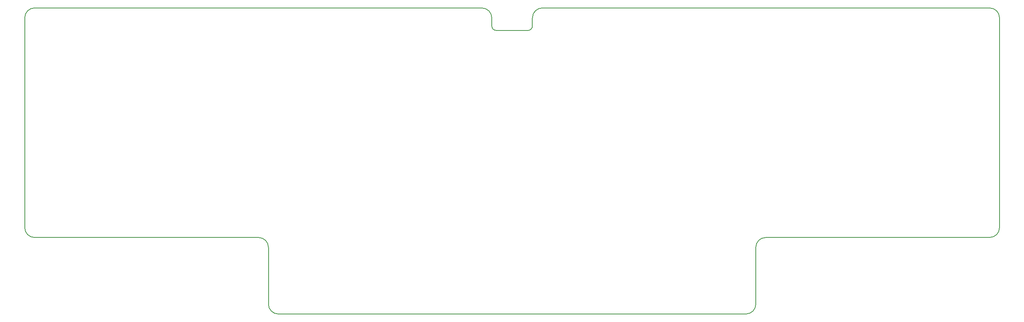
<source format=gbr>
%TF.GenerationSoftware,KiCad,Pcbnew,7.0.1*%
%TF.CreationDate,2023-03-24T14:18:28-04:00*%
%TF.ProjectId,kurp,6b757270-2e6b-4696-9361-645f70636258,v1.0.0*%
%TF.SameCoordinates,Original*%
%TF.FileFunction,Profile,NP*%
%FSLAX46Y46*%
G04 Gerber Fmt 4.6, Leading zero omitted, Abs format (unit mm)*
G04 Created by KiCad (PCBNEW 7.0.1) date 2023-03-24 14:18:28*
%MOMM*%
%LPD*%
G01*
G04 APERTURE LIST*
%TA.AperFunction,Profile*%
%ADD10C,0.150000*%
%TD*%
G04 APERTURE END LIST*
D10*
X222800000Y-8500000D02*
G75*
G03*
X225000000Y-6300000I0J2200000D01*
G01*
X225000000Y40300000D02*
G75*
G03*
X222800000Y42500000I-2200000J0D01*
G01*
X63000000Y-23300000D02*
G75*
G03*
X65200000Y-25500000I2200000J0D01*
G01*
X123700000Y42500000D02*
X222800000Y42500000D01*
X112500000Y38500000D02*
G75*
G03*
X113500000Y37500000I1000000J0D01*
G01*
X63000000Y-10700000D02*
G75*
G03*
X60800000Y-8500000I-2200000J0D01*
G01*
X168800000Y-25500000D02*
G75*
G03*
X171000000Y-23300000I0J2200000D01*
G01*
X113500000Y37500000D02*
X120500000Y37500000D01*
X123700000Y42500000D02*
G75*
G03*
X121500000Y40300000I0J-2200000D01*
G01*
X222800000Y-8500000D02*
X173200000Y-8500000D01*
X11200000Y42500000D02*
G75*
G03*
X9000000Y40300000I0J-2200000D01*
G01*
X9000000Y-6300000D02*
X9000000Y40300000D01*
X173200000Y-8500000D02*
G75*
G03*
X171000000Y-10700000I0J-2200000D01*
G01*
X112500000Y40300000D02*
X112500000Y38500000D01*
X60800000Y-8500000D02*
X11200000Y-8500000D01*
X63000000Y-23300000D02*
X63000000Y-10700000D01*
X120500000Y37500000D02*
G75*
G03*
X121500000Y38500000I0J1000000D01*
G01*
X168800000Y-25500000D02*
X65200000Y-25500000D01*
X225000000Y40300000D02*
X225000000Y-6300000D01*
X121500000Y38500000D02*
X121500000Y40300000D01*
X11200000Y42500000D02*
X110300000Y42500000D01*
X112500000Y40300000D02*
G75*
G03*
X110300000Y42500000I-2200000J0D01*
G01*
X9000000Y-6300000D02*
G75*
G03*
X11200000Y-8500000I2200000J0D01*
G01*
X171000000Y-10700000D02*
X171000000Y-23300000D01*
M02*

</source>
